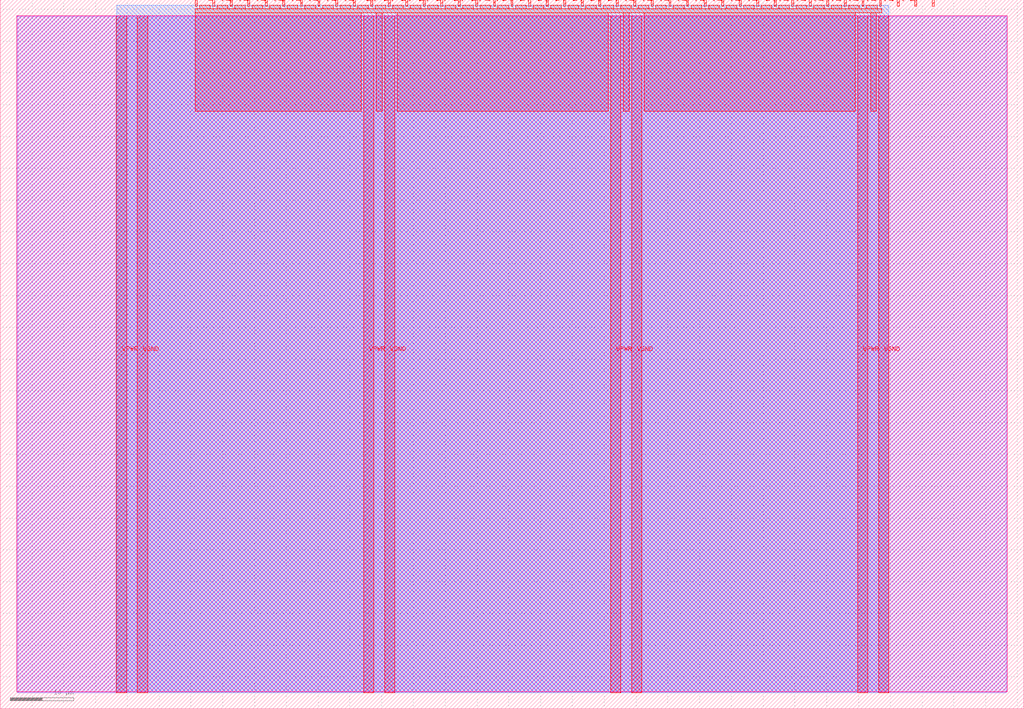
<source format=lef>
VERSION 5.7 ;
  NOWIREEXTENSIONATPIN ON ;
  DIVIDERCHAR "/" ;
  BUSBITCHARS "[]" ;
MACRO tt_um_wokwi_413920033033205761
  CLASS BLOCK ;
  FOREIGN tt_um_wokwi_413920033033205761 ;
  ORIGIN 0.000 0.000 ;
  SIZE 161.000 BY 111.520 ;
  PIN VGND
    DIRECTION INOUT ;
    USE GROUND ;
    PORT
      LAYER met4 ;
        RECT 21.580 2.480 23.180 109.040 ;
    END
    PORT
      LAYER met4 ;
        RECT 60.450 2.480 62.050 109.040 ;
    END
    PORT
      LAYER met4 ;
        RECT 99.320 2.480 100.920 109.040 ;
    END
    PORT
      LAYER met4 ;
        RECT 138.190 2.480 139.790 109.040 ;
    END
  END VGND
  PIN VPWR
    DIRECTION INOUT ;
    USE POWER ;
    PORT
      LAYER met4 ;
        RECT 18.280 2.480 19.880 109.040 ;
    END
    PORT
      LAYER met4 ;
        RECT 57.150 2.480 58.750 109.040 ;
    END
    PORT
      LAYER met4 ;
        RECT 96.020 2.480 97.620 109.040 ;
    END
    PORT
      LAYER met4 ;
        RECT 134.890 2.480 136.490 109.040 ;
    END
  END VPWR
  PIN clk
    DIRECTION INPUT ;
    USE SIGNAL ;
    PORT
      LAYER met4 ;
        RECT 143.830 110.520 144.130 111.520 ;
    END
  END clk
  PIN ena
    DIRECTION INPUT ;
    USE SIGNAL ;
    PORT
      LAYER met4 ;
        RECT 146.590 110.520 146.890 111.520 ;
    END
  END ena
  PIN rst_n
    DIRECTION INPUT ;
    USE SIGNAL ;
    PORT
      LAYER met4 ;
        RECT 141.070 110.520 141.370 111.520 ;
    END
  END rst_n
  PIN ui_in[0]
    DIRECTION INPUT ;
    USE SIGNAL ;
    ANTENNAGATEAREA 0.196500 ;
    PORT
      LAYER met4 ;
        RECT 138.310 110.520 138.610 111.520 ;
    END
  END ui_in[0]
  PIN ui_in[1]
    DIRECTION INPUT ;
    USE SIGNAL ;
    ANTENNAGATEAREA 0.196500 ;
    PORT
      LAYER met4 ;
        RECT 135.550 110.520 135.850 111.520 ;
    END
  END ui_in[1]
  PIN ui_in[2]
    DIRECTION INPUT ;
    USE SIGNAL ;
    ANTENNAGATEAREA 0.196500 ;
    PORT
      LAYER met4 ;
        RECT 132.790 110.520 133.090 111.520 ;
    END
  END ui_in[2]
  PIN ui_in[3]
    DIRECTION INPUT ;
    USE SIGNAL ;
    ANTENNAGATEAREA 0.196500 ;
    PORT
      LAYER met4 ;
        RECT 130.030 110.520 130.330 111.520 ;
    END
  END ui_in[3]
  PIN ui_in[4]
    DIRECTION INPUT ;
    USE SIGNAL ;
    ANTENNAGATEAREA 0.159000 ;
    PORT
      LAYER met4 ;
        RECT 127.270 110.520 127.570 111.520 ;
    END
  END ui_in[4]
  PIN ui_in[5]
    DIRECTION INPUT ;
    USE SIGNAL ;
    ANTENNAGATEAREA 0.159000 ;
    PORT
      LAYER met4 ;
        RECT 124.510 110.520 124.810 111.520 ;
    END
  END ui_in[5]
  PIN ui_in[6]
    DIRECTION INPUT ;
    USE SIGNAL ;
    ANTENNAGATEAREA 0.159000 ;
    PORT
      LAYER met4 ;
        RECT 121.750 110.520 122.050 111.520 ;
    END
  END ui_in[6]
  PIN ui_in[7]
    DIRECTION INPUT ;
    USE SIGNAL ;
    ANTENNAGATEAREA 0.159000 ;
    PORT
      LAYER met4 ;
        RECT 118.990 110.520 119.290 111.520 ;
    END
  END ui_in[7]
  PIN uio_in[0]
    DIRECTION INPUT ;
    USE SIGNAL ;
    PORT
      LAYER met4 ;
        RECT 116.230 110.520 116.530 111.520 ;
    END
  END uio_in[0]
  PIN uio_in[1]
    DIRECTION INPUT ;
    USE SIGNAL ;
    PORT
      LAYER met4 ;
        RECT 113.470 110.520 113.770 111.520 ;
    END
  END uio_in[1]
  PIN uio_in[2]
    DIRECTION INPUT ;
    USE SIGNAL ;
    PORT
      LAYER met4 ;
        RECT 110.710 110.520 111.010 111.520 ;
    END
  END uio_in[2]
  PIN uio_in[3]
    DIRECTION INPUT ;
    USE SIGNAL ;
    PORT
      LAYER met4 ;
        RECT 107.950 110.520 108.250 111.520 ;
    END
  END uio_in[3]
  PIN uio_in[4]
    DIRECTION INPUT ;
    USE SIGNAL ;
    PORT
      LAYER met4 ;
        RECT 105.190 110.520 105.490 111.520 ;
    END
  END uio_in[4]
  PIN uio_in[5]
    DIRECTION INPUT ;
    USE SIGNAL ;
    PORT
      LAYER met4 ;
        RECT 102.430 110.520 102.730 111.520 ;
    END
  END uio_in[5]
  PIN uio_in[6]
    DIRECTION INPUT ;
    USE SIGNAL ;
    PORT
      LAYER met4 ;
        RECT 99.670 110.520 99.970 111.520 ;
    END
  END uio_in[6]
  PIN uio_in[7]
    DIRECTION INPUT ;
    USE SIGNAL ;
    PORT
      LAYER met4 ;
        RECT 96.910 110.520 97.210 111.520 ;
    END
  END uio_in[7]
  PIN uio_oe[0]
    DIRECTION OUTPUT ;
    USE SIGNAL ;
    PORT
      LAYER met4 ;
        RECT 49.990 110.520 50.290 111.520 ;
    END
  END uio_oe[0]
  PIN uio_oe[1]
    DIRECTION OUTPUT ;
    USE SIGNAL ;
    PORT
      LAYER met4 ;
        RECT 47.230 110.520 47.530 111.520 ;
    END
  END uio_oe[1]
  PIN uio_oe[2]
    DIRECTION OUTPUT ;
    USE SIGNAL ;
    PORT
      LAYER met4 ;
        RECT 44.470 110.520 44.770 111.520 ;
    END
  END uio_oe[2]
  PIN uio_oe[3]
    DIRECTION OUTPUT ;
    USE SIGNAL ;
    PORT
      LAYER met4 ;
        RECT 41.710 110.520 42.010 111.520 ;
    END
  END uio_oe[3]
  PIN uio_oe[4]
    DIRECTION OUTPUT ;
    USE SIGNAL ;
    PORT
      LAYER met4 ;
        RECT 38.950 110.520 39.250 111.520 ;
    END
  END uio_oe[4]
  PIN uio_oe[5]
    DIRECTION OUTPUT ;
    USE SIGNAL ;
    PORT
      LAYER met4 ;
        RECT 36.190 110.520 36.490 111.520 ;
    END
  END uio_oe[5]
  PIN uio_oe[6]
    DIRECTION OUTPUT ;
    USE SIGNAL ;
    PORT
      LAYER met4 ;
        RECT 33.430 110.520 33.730 111.520 ;
    END
  END uio_oe[6]
  PIN uio_oe[7]
    DIRECTION OUTPUT ;
    USE SIGNAL ;
    PORT
      LAYER met4 ;
        RECT 30.670 110.520 30.970 111.520 ;
    END
  END uio_oe[7]
  PIN uio_out[0]
    DIRECTION OUTPUT ;
    USE SIGNAL ;
    PORT
      LAYER met4 ;
        RECT 72.070 110.520 72.370 111.520 ;
    END
  END uio_out[0]
  PIN uio_out[1]
    DIRECTION OUTPUT ;
    USE SIGNAL ;
    PORT
      LAYER met4 ;
        RECT 69.310 110.520 69.610 111.520 ;
    END
  END uio_out[1]
  PIN uio_out[2]
    DIRECTION OUTPUT ;
    USE SIGNAL ;
    PORT
      LAYER met4 ;
        RECT 66.550 110.520 66.850 111.520 ;
    END
  END uio_out[2]
  PIN uio_out[3]
    DIRECTION OUTPUT ;
    USE SIGNAL ;
    PORT
      LAYER met4 ;
        RECT 63.790 110.520 64.090 111.520 ;
    END
  END uio_out[3]
  PIN uio_out[4]
    DIRECTION OUTPUT ;
    USE SIGNAL ;
    PORT
      LAYER met4 ;
        RECT 61.030 110.520 61.330 111.520 ;
    END
  END uio_out[4]
  PIN uio_out[5]
    DIRECTION OUTPUT ;
    USE SIGNAL ;
    PORT
      LAYER met4 ;
        RECT 58.270 110.520 58.570 111.520 ;
    END
  END uio_out[5]
  PIN uio_out[6]
    DIRECTION OUTPUT ;
    USE SIGNAL ;
    PORT
      LAYER met4 ;
        RECT 55.510 110.520 55.810 111.520 ;
    END
  END uio_out[6]
  PIN uio_out[7]
    DIRECTION OUTPUT ;
    USE SIGNAL ;
    PORT
      LAYER met4 ;
        RECT 52.750 110.520 53.050 111.520 ;
    END
  END uio_out[7]
  PIN uo_out[0]
    DIRECTION OUTPUT ;
    USE SIGNAL ;
    ANTENNADIFFAREA 0.445500 ;
    PORT
      LAYER met4 ;
        RECT 94.150 110.520 94.450 111.520 ;
    END
  END uo_out[0]
  PIN uo_out[1]
    DIRECTION OUTPUT ;
    USE SIGNAL ;
    ANTENNADIFFAREA 0.445500 ;
    PORT
      LAYER met4 ;
        RECT 91.390 110.520 91.690 111.520 ;
    END
  END uo_out[1]
  PIN uo_out[2]
    DIRECTION OUTPUT ;
    USE SIGNAL ;
    ANTENNADIFFAREA 0.445500 ;
    PORT
      LAYER met4 ;
        RECT 88.630 110.520 88.930 111.520 ;
    END
  END uo_out[2]
  PIN uo_out[3]
    DIRECTION OUTPUT ;
    USE SIGNAL ;
    ANTENNADIFFAREA 0.795200 ;
    PORT
      LAYER met4 ;
        RECT 85.870 110.520 86.170 111.520 ;
    END
  END uo_out[3]
  PIN uo_out[4]
    DIRECTION OUTPUT ;
    USE SIGNAL ;
    ANTENNADIFFAREA 0.445500 ;
    PORT
      LAYER met4 ;
        RECT 83.110 110.520 83.410 111.520 ;
    END
  END uo_out[4]
  PIN uo_out[5]
    DIRECTION OUTPUT ;
    USE SIGNAL ;
    ANTENNADIFFAREA 0.445500 ;
    PORT
      LAYER met4 ;
        RECT 80.350 110.520 80.650 111.520 ;
    END
  END uo_out[5]
  PIN uo_out[6]
    DIRECTION OUTPUT ;
    USE SIGNAL ;
    ANTENNADIFFAREA 0.445500 ;
    PORT
      LAYER met4 ;
        RECT 77.590 110.520 77.890 111.520 ;
    END
  END uo_out[6]
  PIN uo_out[7]
    DIRECTION OUTPUT ;
    USE SIGNAL ;
    ANTENNADIFFAREA 0.445500 ;
    PORT
      LAYER met4 ;
        RECT 74.830 110.520 75.130 111.520 ;
    END
  END uo_out[7]
  OBS
      LAYER nwell ;
        RECT 2.570 2.635 158.430 108.990 ;
      LAYER li1 ;
        RECT 2.760 2.635 158.240 108.885 ;
      LAYER met1 ;
        RECT 2.760 2.480 158.240 109.040 ;
      LAYER met2 ;
        RECT 18.310 2.535 139.760 110.685 ;
      LAYER met3 ;
        RECT 18.290 2.555 139.780 110.665 ;
      LAYER met4 ;
        RECT 31.370 110.120 33.030 110.665 ;
        RECT 34.130 110.120 35.790 110.665 ;
        RECT 36.890 110.120 38.550 110.665 ;
        RECT 39.650 110.120 41.310 110.665 ;
        RECT 42.410 110.120 44.070 110.665 ;
        RECT 45.170 110.120 46.830 110.665 ;
        RECT 47.930 110.120 49.590 110.665 ;
        RECT 50.690 110.120 52.350 110.665 ;
        RECT 53.450 110.120 55.110 110.665 ;
        RECT 56.210 110.120 57.870 110.665 ;
        RECT 58.970 110.120 60.630 110.665 ;
        RECT 61.730 110.120 63.390 110.665 ;
        RECT 64.490 110.120 66.150 110.665 ;
        RECT 67.250 110.120 68.910 110.665 ;
        RECT 70.010 110.120 71.670 110.665 ;
        RECT 72.770 110.120 74.430 110.665 ;
        RECT 75.530 110.120 77.190 110.665 ;
        RECT 78.290 110.120 79.950 110.665 ;
        RECT 81.050 110.120 82.710 110.665 ;
        RECT 83.810 110.120 85.470 110.665 ;
        RECT 86.570 110.120 88.230 110.665 ;
        RECT 89.330 110.120 90.990 110.665 ;
        RECT 92.090 110.120 93.750 110.665 ;
        RECT 94.850 110.120 96.510 110.665 ;
        RECT 97.610 110.120 99.270 110.665 ;
        RECT 100.370 110.120 102.030 110.665 ;
        RECT 103.130 110.120 104.790 110.665 ;
        RECT 105.890 110.120 107.550 110.665 ;
        RECT 108.650 110.120 110.310 110.665 ;
        RECT 111.410 110.120 113.070 110.665 ;
        RECT 114.170 110.120 115.830 110.665 ;
        RECT 116.930 110.120 118.590 110.665 ;
        RECT 119.690 110.120 121.350 110.665 ;
        RECT 122.450 110.120 124.110 110.665 ;
        RECT 125.210 110.120 126.870 110.665 ;
        RECT 127.970 110.120 129.630 110.665 ;
        RECT 130.730 110.120 132.390 110.665 ;
        RECT 133.490 110.120 135.150 110.665 ;
        RECT 136.250 110.120 137.910 110.665 ;
        RECT 30.655 109.440 138.625 110.120 ;
        RECT 30.655 94.015 56.750 109.440 ;
        RECT 59.150 94.015 60.050 109.440 ;
        RECT 62.450 94.015 95.620 109.440 ;
        RECT 98.020 94.015 98.920 109.440 ;
        RECT 101.320 94.015 134.490 109.440 ;
        RECT 136.890 94.015 137.790 109.440 ;
  END
END tt_um_wokwi_413920033033205761
END LIBRARY


</source>
